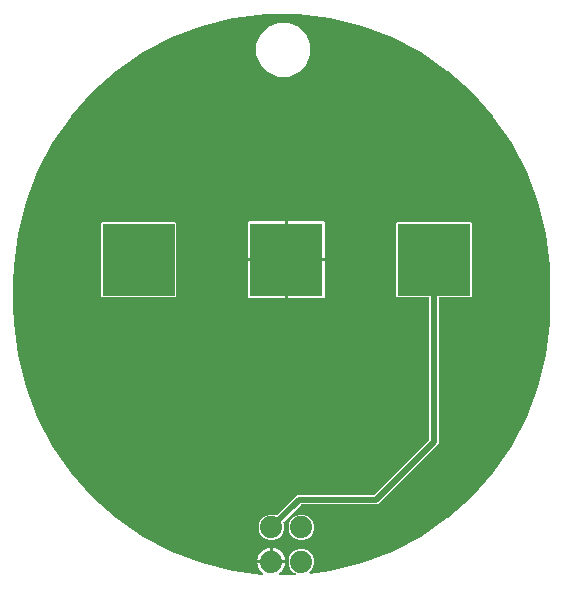
<source format=gbl>
G04 EAGLE Gerber X2 export*
G75*
%MOMM*%
%FSLAX34Y34*%
%LPD*%
%AMOC8*
5,1,8,0,0,1.08239X$1,22.5*%
G01*
%ADD10R,6.070000X6.070000*%
%ADD11C,1.879600*%
%ADD12C,0.508000*%

G36*
X248935Y12368D02*
X248935Y12368D01*
X249031Y12377D01*
X249055Y12388D01*
X249081Y12392D01*
X249167Y12437D01*
X249256Y12477D01*
X249276Y12495D01*
X249299Y12507D01*
X249366Y12577D01*
X249437Y12643D01*
X249450Y12666D01*
X249468Y12685D01*
X249509Y12774D01*
X249556Y12859D01*
X249561Y12885D01*
X249572Y12908D01*
X249582Y13005D01*
X249600Y13101D01*
X249596Y13127D01*
X249599Y13153D01*
X249578Y13248D01*
X249564Y13344D01*
X249552Y13368D01*
X249546Y13393D01*
X249497Y13477D01*
X249452Y13564D01*
X249434Y13582D01*
X249420Y13604D01*
X249346Y13668D01*
X249277Y13736D01*
X249248Y13751D01*
X249233Y13764D01*
X249203Y13777D01*
X249130Y13817D01*
X247813Y14362D01*
X244740Y17435D01*
X243077Y21449D01*
X243077Y25795D01*
X244740Y29809D01*
X247813Y32882D01*
X251827Y34545D01*
X256173Y34545D01*
X260187Y32882D01*
X263260Y29809D01*
X264923Y25795D01*
X264923Y21449D01*
X263260Y17435D01*
X260699Y14874D01*
X260631Y14779D01*
X260561Y14685D01*
X260559Y14679D01*
X260556Y14674D01*
X260521Y14563D01*
X260485Y14451D01*
X260485Y14445D01*
X260483Y14439D01*
X260486Y14323D01*
X260487Y14205D01*
X260489Y14199D01*
X260490Y14193D01*
X260530Y14083D01*
X260568Y13973D01*
X260572Y13968D01*
X260574Y13962D01*
X260647Y13871D01*
X260719Y13778D01*
X260724Y13775D01*
X260728Y13770D01*
X260826Y13707D01*
X260924Y13642D01*
X260930Y13641D01*
X260935Y13637D01*
X261049Y13609D01*
X261161Y13578D01*
X261169Y13578D01*
X261173Y13577D01*
X261191Y13579D01*
X261329Y13580D01*
X278422Y15656D01*
X278451Y15664D01*
X278512Y15672D01*
X305077Y22220D01*
X305105Y22232D01*
X305165Y22247D01*
X330746Y31949D01*
X330773Y31964D01*
X330830Y31987D01*
X355056Y44701D01*
X355080Y44720D01*
X355135Y44749D01*
X377651Y60291D01*
X377673Y60312D01*
X377724Y60348D01*
X398203Y78490D01*
X398222Y78514D01*
X398268Y78555D01*
X416410Y99034D01*
X416427Y99060D01*
X416467Y99107D01*
X432009Y121623D01*
X432022Y121651D01*
X432057Y121702D01*
X444771Y145928D01*
X444781Y145957D01*
X444809Y146012D01*
X454511Y171593D01*
X454517Y171623D01*
X454538Y171681D01*
X461086Y198246D01*
X461088Y198276D01*
X461102Y198336D01*
X464400Y225496D01*
X464399Y225521D01*
X464406Y225565D01*
X464819Y239245D01*
X464818Y239254D01*
X464819Y239268D01*
X464819Y260350D01*
X464818Y260359D01*
X464819Y260373D01*
X464406Y274053D01*
X464401Y274077D01*
X464400Y274122D01*
X461102Y301282D01*
X461094Y301311D01*
X461086Y301372D01*
X454538Y327937D01*
X454526Y327965D01*
X454511Y328025D01*
X444809Y353606D01*
X444794Y353633D01*
X444771Y353690D01*
X432057Y377916D01*
X432038Y377940D01*
X432009Y377995D01*
X416467Y400511D01*
X416446Y400533D01*
X416410Y400584D01*
X398268Y421063D01*
X398244Y421082D01*
X398203Y421128D01*
X377724Y439270D01*
X377698Y439287D01*
X377651Y439327D01*
X355135Y454869D01*
X355107Y454882D01*
X355056Y454917D01*
X330830Y467631D01*
X330801Y467641D01*
X330746Y467669D01*
X305165Y477371D01*
X305135Y477377D01*
X305077Y477398D01*
X278512Y483946D01*
X278482Y483948D01*
X278422Y483962D01*
X251262Y487260D01*
X251231Y487259D01*
X251170Y487266D01*
X223810Y487266D01*
X223780Y487261D01*
X223718Y487260D01*
X196558Y483962D01*
X196529Y483954D01*
X196468Y483946D01*
X169903Y477398D01*
X169875Y477386D01*
X169815Y477371D01*
X144234Y467669D01*
X144207Y467654D01*
X144150Y467631D01*
X119924Y454917D01*
X119900Y454898D01*
X119845Y454869D01*
X97329Y439327D01*
X97307Y439306D01*
X97256Y439270D01*
X76777Y421128D01*
X76758Y421104D01*
X76712Y421063D01*
X58570Y400584D01*
X58553Y400558D01*
X58513Y400511D01*
X42971Y377995D01*
X42958Y377967D01*
X42923Y377916D01*
X30209Y353690D01*
X30199Y353661D01*
X30171Y353606D01*
X20469Y328025D01*
X20463Y327995D01*
X20442Y327937D01*
X13894Y301372D01*
X13892Y301342D01*
X13878Y301282D01*
X10580Y274122D01*
X10581Y274097D01*
X10574Y274053D01*
X10161Y260373D01*
X10162Y260364D01*
X10161Y260350D01*
X10161Y239268D01*
X10162Y239259D01*
X10161Y239245D01*
X10574Y225565D01*
X10579Y225541D01*
X10580Y225496D01*
X13878Y198336D01*
X13886Y198307D01*
X13894Y198246D01*
X20442Y171681D01*
X20454Y171653D01*
X20469Y171593D01*
X30171Y146012D01*
X30186Y145985D01*
X30209Y145928D01*
X42923Y121702D01*
X42942Y121678D01*
X42971Y121623D01*
X58513Y99107D01*
X58534Y99085D01*
X58570Y99034D01*
X76712Y78555D01*
X76736Y78536D01*
X76777Y78490D01*
X97256Y60348D01*
X97282Y60331D01*
X97329Y60291D01*
X119845Y44749D01*
X119873Y44736D01*
X119924Y44701D01*
X144150Y31987D01*
X144179Y31977D01*
X144234Y31949D01*
X169815Y22247D01*
X169845Y22241D01*
X169903Y22220D01*
X196468Y15672D01*
X196498Y15670D01*
X196558Y15656D01*
X220894Y12701D01*
X220947Y12703D01*
X221001Y12695D01*
X221070Y12708D01*
X221139Y12711D01*
X221190Y12730D01*
X221243Y12740D01*
X221304Y12774D01*
X221369Y12799D01*
X221411Y12833D01*
X221458Y12860D01*
X221505Y12911D01*
X221559Y12956D01*
X221587Y13001D01*
X221624Y13041D01*
X221652Y13105D01*
X221688Y13164D01*
X221701Y13217D01*
X221723Y13267D01*
X221729Y13336D01*
X221745Y13404D01*
X221740Y13458D01*
X221745Y13512D01*
X221728Y13579D01*
X221722Y13649D01*
X221700Y13698D01*
X221687Y13751D01*
X221650Y13810D01*
X221622Y13874D01*
X221585Y13913D01*
X221557Y13959D01*
X221476Y14033D01*
X221456Y14055D01*
X221446Y14060D01*
X221433Y14072D01*
X220822Y14516D01*
X219494Y15844D01*
X218389Y17365D01*
X217536Y19039D01*
X216955Y20826D01*
X216754Y22099D01*
X227838Y22099D01*
X227858Y22102D01*
X227877Y22100D01*
X227979Y22122D01*
X228081Y22139D01*
X228098Y22148D01*
X228118Y22152D01*
X228207Y22205D01*
X228298Y22254D01*
X228312Y22268D01*
X228329Y22278D01*
X228396Y22357D01*
X228467Y22432D01*
X228476Y22450D01*
X228489Y22465D01*
X228527Y22561D01*
X228571Y22655D01*
X228573Y22675D01*
X228581Y22693D01*
X228599Y22860D01*
X228599Y23623D01*
X228601Y23623D01*
X228601Y22860D01*
X228604Y22840D01*
X228602Y22821D01*
X228624Y22719D01*
X228641Y22617D01*
X228650Y22600D01*
X228654Y22580D01*
X228707Y22491D01*
X228756Y22400D01*
X228770Y22386D01*
X228780Y22369D01*
X228859Y22302D01*
X228934Y22231D01*
X228952Y22222D01*
X228967Y22209D01*
X229063Y22170D01*
X229157Y22127D01*
X229177Y22125D01*
X229195Y22117D01*
X229362Y22099D01*
X240446Y22099D01*
X240245Y20826D01*
X239664Y19039D01*
X238811Y17365D01*
X237706Y15844D01*
X236378Y14516D01*
X235295Y13729D01*
X235290Y13724D01*
X235282Y13720D01*
X235203Y13636D01*
X235122Y13554D01*
X235119Y13547D01*
X235113Y13541D01*
X235064Y13437D01*
X235014Y13334D01*
X235013Y13326D01*
X235009Y13318D01*
X234997Y13204D01*
X234982Y13090D01*
X234983Y13082D01*
X234982Y13074D01*
X235007Y12961D01*
X235029Y12848D01*
X235033Y12841D01*
X235035Y12834D01*
X235094Y12735D01*
X235151Y12635D01*
X235157Y12629D01*
X235161Y12622D01*
X235248Y12548D01*
X235334Y12471D01*
X235342Y12468D01*
X235348Y12463D01*
X235455Y12419D01*
X235561Y12374D01*
X235568Y12374D01*
X235576Y12371D01*
X235743Y12352D01*
X248838Y12352D01*
X248935Y12368D01*
G37*
%LPC*%
G36*
X226427Y41655D02*
X226427Y41655D01*
X222413Y43318D01*
X219340Y46391D01*
X217677Y50405D01*
X217677Y54751D01*
X219340Y58765D01*
X222413Y61838D01*
X226427Y63501D01*
X230773Y63501D01*
X232425Y62816D01*
X232539Y62790D01*
X232652Y62761D01*
X232659Y62761D01*
X232665Y62760D01*
X232781Y62771D01*
X232898Y62780D01*
X232903Y62783D01*
X232910Y62783D01*
X233017Y62831D01*
X233124Y62876D01*
X233130Y62881D01*
X233134Y62883D01*
X233148Y62896D01*
X233255Y62981D01*
X247934Y77661D01*
X250538Y80265D01*
X315501Y80265D01*
X315591Y80279D01*
X315682Y80287D01*
X315712Y80299D01*
X315744Y80304D01*
X315824Y80347D01*
X315908Y80383D01*
X315940Y80409D01*
X315961Y80420D01*
X315983Y80443D01*
X316039Y80488D01*
X362012Y126461D01*
X362065Y126535D01*
X362125Y126604D01*
X362137Y126634D01*
X362156Y126660D01*
X362183Y126747D01*
X362217Y126832D01*
X362221Y126873D01*
X362228Y126896D01*
X362227Y126928D01*
X362235Y126999D01*
X362235Y246764D01*
X362232Y246784D01*
X362234Y246803D01*
X362212Y246905D01*
X362196Y247007D01*
X362186Y247024D01*
X362182Y247044D01*
X362129Y247133D01*
X362080Y247224D01*
X362066Y247238D01*
X362056Y247255D01*
X361977Y247322D01*
X361902Y247394D01*
X361884Y247402D01*
X361869Y247415D01*
X361773Y247454D01*
X361679Y247497D01*
X361659Y247499D01*
X361641Y247507D01*
X361474Y247525D01*
X335318Y247525D01*
X334425Y248418D01*
X334425Y310382D01*
X335318Y311275D01*
X397282Y311275D01*
X398175Y310382D01*
X398175Y248418D01*
X397282Y247525D01*
X371126Y247525D01*
X371106Y247522D01*
X371087Y247524D01*
X370985Y247502D01*
X370883Y247486D01*
X370866Y247476D01*
X370846Y247472D01*
X370757Y247419D01*
X370666Y247370D01*
X370652Y247356D01*
X370635Y247346D01*
X370568Y247267D01*
X370496Y247192D01*
X370488Y247174D01*
X370475Y247159D01*
X370436Y247063D01*
X370393Y246969D01*
X370391Y246949D01*
X370383Y246931D01*
X370365Y246764D01*
X370365Y123316D01*
X319184Y72135D01*
X254221Y72135D01*
X254131Y72121D01*
X254040Y72113D01*
X254010Y72101D01*
X253978Y72096D01*
X253898Y72053D01*
X253814Y72017D01*
X253782Y71991D01*
X253761Y71980D01*
X253739Y71957D01*
X253683Y71912D01*
X239003Y57233D01*
X238936Y57139D01*
X238865Y57044D01*
X238863Y57038D01*
X238860Y57033D01*
X238826Y56922D01*
X238789Y56810D01*
X238789Y56804D01*
X238787Y56798D01*
X238790Y56681D01*
X238791Y56564D01*
X238794Y56557D01*
X238794Y56552D01*
X238800Y56535D01*
X238838Y56403D01*
X239523Y54751D01*
X239523Y50405D01*
X237860Y46391D01*
X234787Y43318D01*
X230773Y41655D01*
X226427Y41655D01*
G37*
%LPD*%
%LPC*%
G36*
X85318Y247525D02*
X85318Y247525D01*
X84425Y248418D01*
X84425Y310382D01*
X85318Y311275D01*
X147282Y311275D01*
X148175Y310382D01*
X148175Y248418D01*
X147282Y247525D01*
X85318Y247525D01*
G37*
%LPD*%
%LPC*%
G36*
X234213Y434339D02*
X234213Y434339D01*
X225810Y437820D01*
X219380Y444250D01*
X215899Y452653D01*
X215899Y461747D01*
X219380Y470150D01*
X225810Y476580D01*
X234213Y480061D01*
X243307Y480061D01*
X251710Y476580D01*
X258140Y470150D01*
X261621Y461747D01*
X261621Y452653D01*
X258140Y444250D01*
X251710Y437820D01*
X243307Y434339D01*
X234213Y434339D01*
G37*
%LPD*%
%LPC*%
G36*
X242823Y280923D02*
X242823Y280923D01*
X242823Y312291D01*
X271984Y312291D01*
X272631Y312118D01*
X273210Y311783D01*
X273683Y311310D01*
X274018Y310731D01*
X274191Y310084D01*
X274191Y280923D01*
X242823Y280923D01*
G37*
%LPD*%
%LPC*%
G36*
X208409Y280923D02*
X208409Y280923D01*
X208409Y310084D01*
X208582Y310731D01*
X208917Y311310D01*
X209390Y311783D01*
X209969Y312118D01*
X210616Y312291D01*
X239777Y312291D01*
X239777Y280923D01*
X208409Y280923D01*
G37*
%LPD*%
%LPC*%
G36*
X242823Y246509D02*
X242823Y246509D01*
X242823Y277877D01*
X274191Y277877D01*
X274191Y248716D01*
X274018Y248069D01*
X273683Y247490D01*
X273210Y247017D01*
X272631Y246682D01*
X271984Y246509D01*
X242823Y246509D01*
G37*
%LPD*%
%LPC*%
G36*
X210616Y246509D02*
X210616Y246509D01*
X209969Y246682D01*
X209390Y247017D01*
X208917Y247490D01*
X208582Y248069D01*
X208409Y248716D01*
X208409Y277877D01*
X239777Y277877D01*
X239777Y246509D01*
X210616Y246509D01*
G37*
%LPD*%
%LPC*%
G36*
X251827Y41655D02*
X251827Y41655D01*
X247813Y43318D01*
X244740Y46391D01*
X243077Y50405D01*
X243077Y54751D01*
X244740Y58765D01*
X247813Y61838D01*
X251827Y63501D01*
X256173Y63501D01*
X260187Y61838D01*
X263260Y58765D01*
X264923Y54751D01*
X264923Y50405D01*
X263260Y46391D01*
X260187Y43318D01*
X256173Y41655D01*
X251827Y41655D01*
G37*
%LPD*%
%LPC*%
G36*
X230123Y25145D02*
X230123Y25145D01*
X230123Y35468D01*
X231396Y35267D01*
X233183Y34686D01*
X234857Y33833D01*
X236378Y32728D01*
X237706Y31400D01*
X238811Y29879D01*
X239664Y28205D01*
X240245Y26418D01*
X240446Y25145D01*
X230123Y25145D01*
G37*
%LPD*%
%LPC*%
G36*
X216754Y25145D02*
X216754Y25145D01*
X216955Y26418D01*
X217536Y28205D01*
X218389Y29879D01*
X219494Y31400D01*
X220822Y32728D01*
X222343Y33833D01*
X224017Y34686D01*
X225804Y35267D01*
X227077Y35468D01*
X227077Y25145D01*
X216754Y25145D01*
G37*
%LPD*%
%LPC*%
G36*
X241299Y279399D02*
X241299Y279399D01*
X241299Y279401D01*
X241301Y279401D01*
X241301Y279399D01*
X241299Y279399D01*
G37*
%LPD*%
D10*
X241300Y279400D03*
X366300Y279400D03*
X116300Y279400D03*
D11*
X228600Y52578D03*
X228600Y23622D03*
X254000Y52578D03*
X254000Y23622D03*
D12*
X228600Y52578D02*
X252222Y76200D01*
X366300Y125000D02*
X366300Y279400D01*
X366300Y125000D02*
X317500Y76200D01*
X252222Y76200D01*
M02*

</source>
